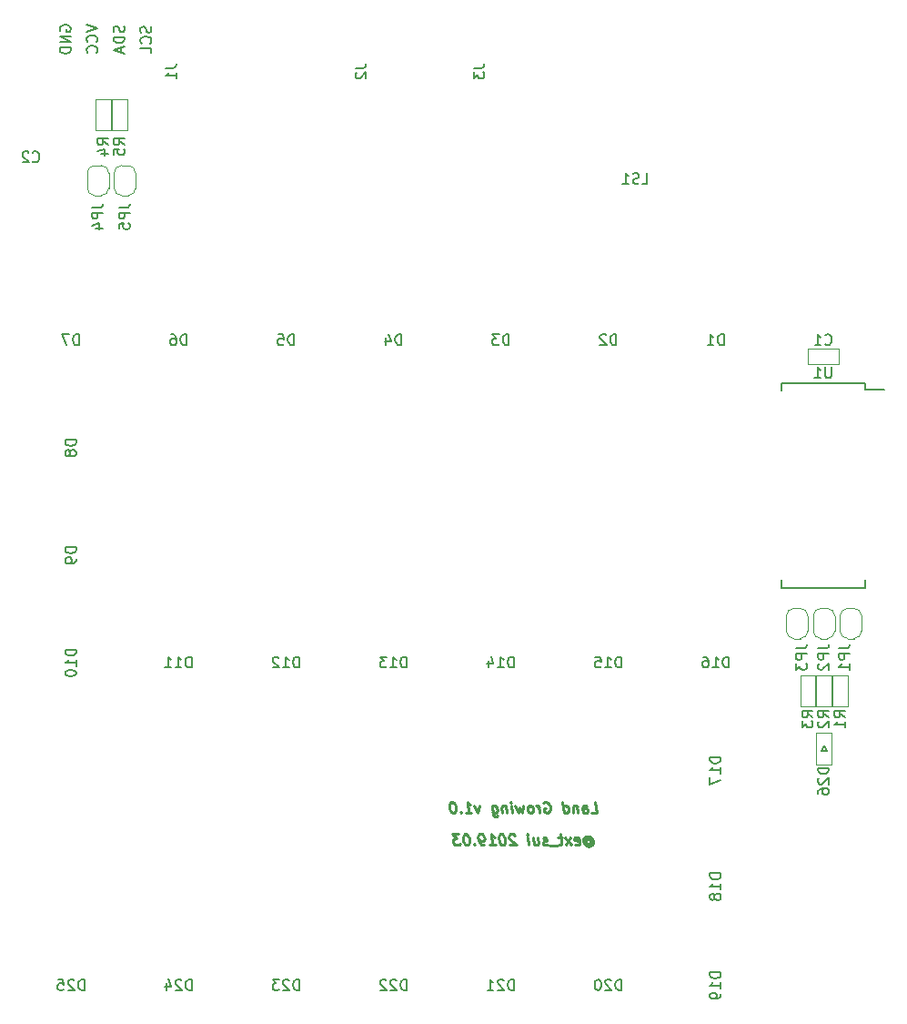
<source format=gbo>
G04 #@! TF.GenerationSoftware,KiCad,Pcbnew,(5.0.2)-1*
G04 #@! TF.CreationDate,2019-02-25T23:41:49+09:00*
G04 #@! TF.ProjectId,Land,4c616e64-2e6b-4696-9361-645f70636258,rev?*
G04 #@! TF.SameCoordinates,Original*
G04 #@! TF.FileFunction,Legend,Bot*
G04 #@! TF.FilePolarity,Positive*
%FSLAX46Y46*%
G04 Gerber Fmt 4.6, Leading zero omitted, Abs format (unit mm)*
G04 Created by KiCad (PCBNEW (5.0.2)-1) date 2019/02/25 23:41:49*
%MOMM*%
%LPD*%
G01*
G04 APERTURE LIST*
%ADD10C,0.150000*%
%ADD11C,0.250000*%
%ADD12C,0.120000*%
G04 APERTURE END LIST*
D10*
X107404761Y-55809523D02*
X107452380Y-55952380D01*
X107452380Y-56190476D01*
X107404761Y-56285714D01*
X107357142Y-56333333D01*
X107261904Y-56380952D01*
X107166666Y-56380952D01*
X107071428Y-56333333D01*
X107023809Y-56285714D01*
X106976190Y-56190476D01*
X106928571Y-56000000D01*
X106880952Y-55904761D01*
X106833333Y-55857142D01*
X106738095Y-55809523D01*
X106642857Y-55809523D01*
X106547619Y-55857142D01*
X106500000Y-55904761D01*
X106452380Y-56000000D01*
X106452380Y-56238095D01*
X106500000Y-56380952D01*
X107357142Y-57380952D02*
X107404761Y-57333333D01*
X107452380Y-57190476D01*
X107452380Y-57095238D01*
X107404761Y-56952380D01*
X107309523Y-56857142D01*
X107214285Y-56809523D01*
X107023809Y-56761904D01*
X106880952Y-56761904D01*
X106690476Y-56809523D01*
X106595238Y-56857142D01*
X106500000Y-56952380D01*
X106452380Y-57095238D01*
X106452380Y-57190476D01*
X106500000Y-57333333D01*
X106547619Y-57380952D01*
X107452380Y-58285714D02*
X107452380Y-57809523D01*
X106452380Y-57809523D01*
X104904761Y-55785714D02*
X104952380Y-55928571D01*
X104952380Y-56166666D01*
X104904761Y-56261904D01*
X104857142Y-56309523D01*
X104761904Y-56357142D01*
X104666666Y-56357142D01*
X104571428Y-56309523D01*
X104523809Y-56261904D01*
X104476190Y-56166666D01*
X104428571Y-55976190D01*
X104380952Y-55880952D01*
X104333333Y-55833333D01*
X104238095Y-55785714D01*
X104142857Y-55785714D01*
X104047619Y-55833333D01*
X104000000Y-55880952D01*
X103952380Y-55976190D01*
X103952380Y-56214285D01*
X104000000Y-56357142D01*
X104952380Y-56785714D02*
X103952380Y-56785714D01*
X103952380Y-57023809D01*
X104000000Y-57166666D01*
X104095238Y-57261904D01*
X104190476Y-57309523D01*
X104380952Y-57357142D01*
X104523809Y-57357142D01*
X104714285Y-57309523D01*
X104809523Y-57261904D01*
X104904761Y-57166666D01*
X104952380Y-57023809D01*
X104952380Y-56785714D01*
X104666666Y-57738095D02*
X104666666Y-58214285D01*
X104952380Y-57642857D02*
X103952380Y-57976190D01*
X104952380Y-58309523D01*
X99000000Y-56238095D02*
X98952380Y-56142857D01*
X98952380Y-56000000D01*
X99000000Y-55857142D01*
X99095238Y-55761904D01*
X99190476Y-55714285D01*
X99380952Y-55666666D01*
X99523809Y-55666666D01*
X99714285Y-55714285D01*
X99809523Y-55761904D01*
X99904761Y-55857142D01*
X99952380Y-56000000D01*
X99952380Y-56095238D01*
X99904761Y-56238095D01*
X99857142Y-56285714D01*
X99523809Y-56285714D01*
X99523809Y-56095238D01*
X99952380Y-56714285D02*
X98952380Y-56714285D01*
X99952380Y-57285714D01*
X98952380Y-57285714D01*
X99952380Y-57761904D02*
X98952380Y-57761904D01*
X98952380Y-58000000D01*
X99000000Y-58142857D01*
X99095238Y-58238095D01*
X99190476Y-58285714D01*
X99380952Y-58333333D01*
X99523809Y-58333333D01*
X99714285Y-58285714D01*
X99809523Y-58238095D01*
X99904761Y-58142857D01*
X99952380Y-58000000D01*
X99952380Y-57761904D01*
X101452380Y-55666666D02*
X102452380Y-56000000D01*
X101452380Y-56333333D01*
X102357142Y-57238095D02*
X102404761Y-57190476D01*
X102452380Y-57047619D01*
X102452380Y-56952380D01*
X102404761Y-56809523D01*
X102309523Y-56714285D01*
X102214285Y-56666666D01*
X102023809Y-56619047D01*
X101880952Y-56619047D01*
X101690476Y-56666666D01*
X101595238Y-56714285D01*
X101500000Y-56809523D01*
X101452380Y-56952380D01*
X101452380Y-57047619D01*
X101500000Y-57190476D01*
X101547619Y-57238095D01*
X102357142Y-58238095D02*
X102404761Y-58190476D01*
X102452380Y-58047619D01*
X102452380Y-57952380D01*
X102404761Y-57809523D01*
X102309523Y-57714285D01*
X102214285Y-57666666D01*
X102023809Y-57619047D01*
X101880952Y-57619047D01*
X101690476Y-57666666D01*
X101595238Y-57714285D01*
X101500000Y-57809523D01*
X101452380Y-57952380D01*
X101452380Y-58047619D01*
X101500000Y-58190476D01*
X101547619Y-58238095D01*
D11*
X147905729Y-131476190D02*
X147947395Y-131428571D01*
X148036681Y-131380952D01*
X148131919Y-131380952D01*
X148233110Y-131428571D01*
X148286681Y-131476190D01*
X148346205Y-131571428D01*
X148358110Y-131666666D01*
X148322395Y-131761904D01*
X148280729Y-131809523D01*
X148191443Y-131857142D01*
X148096205Y-131857142D01*
X147995014Y-131809523D01*
X147941443Y-131761904D01*
X147893824Y-131380952D02*
X147941443Y-131761904D01*
X147899776Y-131809523D01*
X147852157Y-131809523D01*
X147750967Y-131761904D01*
X147691443Y-131666666D01*
X147661681Y-131428571D01*
X147739062Y-131285714D01*
X147870014Y-131190476D01*
X148054538Y-131142857D01*
X148250967Y-131190476D01*
X148405729Y-131285714D01*
X148518824Y-131428571D01*
X148590252Y-131619047D01*
X148566443Y-131809523D01*
X148489062Y-131952380D01*
X148358110Y-132047619D01*
X148173586Y-132095238D01*
X147977157Y-132047619D01*
X147822395Y-131952380D01*
X146911681Y-131904761D02*
X147012872Y-131952380D01*
X147203348Y-131952380D01*
X147292633Y-131904761D01*
X147328348Y-131809523D01*
X147280729Y-131428571D01*
X147221205Y-131333333D01*
X147120014Y-131285714D01*
X146929538Y-131285714D01*
X146840252Y-131333333D01*
X146804538Y-131428571D01*
X146816443Y-131523809D01*
X147304538Y-131619047D01*
X146536681Y-131952380D02*
X145929538Y-131285714D01*
X146453348Y-131285714D02*
X146012872Y-131952380D01*
X145691443Y-131285714D02*
X145310491Y-131285714D01*
X145506919Y-130952380D02*
X145614062Y-131809523D01*
X145578348Y-131904761D01*
X145489062Y-131952380D01*
X145393824Y-131952380D01*
X145310491Y-132047619D02*
X144548586Y-132047619D01*
X144340252Y-131904761D02*
X144250967Y-131952380D01*
X144060491Y-131952380D01*
X143959300Y-131904761D01*
X143899776Y-131809523D01*
X143893824Y-131761904D01*
X143929538Y-131666666D01*
X144018824Y-131619047D01*
X144161681Y-131619047D01*
X144250967Y-131571428D01*
X144286681Y-131476190D01*
X144280729Y-131428571D01*
X144221205Y-131333333D01*
X144120014Y-131285714D01*
X143977157Y-131285714D01*
X143887872Y-131333333D01*
X142977157Y-131285714D02*
X143060491Y-131952380D01*
X143405729Y-131285714D02*
X143471205Y-131809523D01*
X143435491Y-131904761D01*
X143346205Y-131952380D01*
X143203348Y-131952380D01*
X143102157Y-131904761D01*
X143048586Y-131857142D01*
X142584300Y-131952380D02*
X142500967Y-131285714D01*
X142459300Y-130952380D02*
X142512872Y-131000000D01*
X142471205Y-131047619D01*
X142417633Y-131000000D01*
X142459300Y-130952380D01*
X142471205Y-131047619D01*
X141280729Y-131047619D02*
X141227157Y-131000000D01*
X141125967Y-130952380D01*
X140887872Y-130952380D01*
X140798586Y-131000000D01*
X140756919Y-131047619D01*
X140721205Y-131142857D01*
X140733110Y-131238095D01*
X140798586Y-131380952D01*
X141441443Y-131952380D01*
X140822395Y-131952380D01*
X140078348Y-130952380D02*
X139983110Y-130952380D01*
X139893824Y-131000000D01*
X139852157Y-131047619D01*
X139816443Y-131142857D01*
X139792633Y-131333333D01*
X139822395Y-131571428D01*
X139893824Y-131761904D01*
X139953348Y-131857142D01*
X140006919Y-131904761D01*
X140108110Y-131952380D01*
X140203348Y-131952380D01*
X140292633Y-131904761D01*
X140334300Y-131857142D01*
X140370014Y-131761904D01*
X140393824Y-131571428D01*
X140364062Y-131333333D01*
X140292633Y-131142857D01*
X140233110Y-131047619D01*
X140179538Y-131000000D01*
X140078348Y-130952380D01*
X138917633Y-131952380D02*
X139489062Y-131952380D01*
X139203348Y-131952380D02*
X139078348Y-130952380D01*
X139191443Y-131095238D01*
X139298586Y-131190476D01*
X139399776Y-131238095D01*
X138441443Y-131952380D02*
X138250967Y-131952380D01*
X138149776Y-131904761D01*
X138096205Y-131857142D01*
X137983110Y-131714285D01*
X137911681Y-131523809D01*
X137864062Y-131142857D01*
X137899776Y-131047619D01*
X137941443Y-131000000D01*
X138030729Y-130952380D01*
X138221205Y-130952380D01*
X138322395Y-131000000D01*
X138375967Y-131047619D01*
X138435491Y-131142857D01*
X138465252Y-131380952D01*
X138429538Y-131476190D01*
X138387872Y-131523809D01*
X138298586Y-131571428D01*
X138108110Y-131571428D01*
X138006919Y-131523809D01*
X137953348Y-131476190D01*
X137893824Y-131380952D01*
X137524776Y-131857142D02*
X137483110Y-131904761D01*
X137536681Y-131952380D01*
X137578348Y-131904761D01*
X137524776Y-131857142D01*
X137536681Y-131952380D01*
X136745014Y-130952380D02*
X136649776Y-130952380D01*
X136560491Y-131000000D01*
X136518824Y-131047619D01*
X136483110Y-131142857D01*
X136459300Y-131333333D01*
X136489062Y-131571428D01*
X136560491Y-131761904D01*
X136620014Y-131857142D01*
X136673586Y-131904761D01*
X136774776Y-131952380D01*
X136870014Y-131952380D01*
X136959300Y-131904761D01*
X137000967Y-131857142D01*
X137036681Y-131761904D01*
X137060491Y-131571428D01*
X137030729Y-131333333D01*
X136959300Y-131142857D01*
X136899776Y-131047619D01*
X136846205Y-131000000D01*
X136745014Y-130952380D01*
X136078348Y-130952380D02*
X135459300Y-130952380D01*
X135840252Y-131333333D01*
X135697395Y-131333333D01*
X135608110Y-131380952D01*
X135566443Y-131428571D01*
X135530729Y-131523809D01*
X135560491Y-131761904D01*
X135620014Y-131857142D01*
X135673586Y-131904761D01*
X135774776Y-131952380D01*
X136060491Y-131952380D01*
X136149776Y-131904761D01*
X136191443Y-131857142D01*
X148417633Y-128952380D02*
X148893824Y-128952380D01*
X148768824Y-127952380D01*
X147655729Y-128952380D02*
X147590252Y-128428571D01*
X147625967Y-128333333D01*
X147715252Y-128285714D01*
X147905729Y-128285714D01*
X148006919Y-128333333D01*
X147649776Y-128904761D02*
X147750967Y-128952380D01*
X147989062Y-128952380D01*
X148078348Y-128904761D01*
X148114062Y-128809523D01*
X148102157Y-128714285D01*
X148042633Y-128619047D01*
X147941443Y-128571428D01*
X147703348Y-128571428D01*
X147602157Y-128523809D01*
X147096205Y-128285714D02*
X147179538Y-128952380D01*
X147108110Y-128380952D02*
X147054538Y-128333333D01*
X146953348Y-128285714D01*
X146810491Y-128285714D01*
X146721205Y-128333333D01*
X146685491Y-128428571D01*
X146750967Y-128952380D01*
X145846205Y-128952380D02*
X145721205Y-127952380D01*
X145840252Y-128904761D02*
X145941443Y-128952380D01*
X146131919Y-128952380D01*
X146221205Y-128904761D01*
X146262872Y-128857142D01*
X146298586Y-128761904D01*
X146262872Y-128476190D01*
X146203348Y-128380952D01*
X146149776Y-128333333D01*
X146048586Y-128285714D01*
X145858110Y-128285714D01*
X145768824Y-128333333D01*
X143965252Y-128000000D02*
X144054538Y-127952380D01*
X144197395Y-127952380D01*
X144346205Y-128000000D01*
X144453348Y-128095238D01*
X144512872Y-128190476D01*
X144584300Y-128380952D01*
X144602157Y-128523809D01*
X144578348Y-128714285D01*
X144542633Y-128809523D01*
X144459300Y-128904761D01*
X144322395Y-128952380D01*
X144227157Y-128952380D01*
X144078348Y-128904761D01*
X144024776Y-128857142D01*
X143983110Y-128523809D01*
X144173586Y-128523809D01*
X143608110Y-128952380D02*
X143524776Y-128285714D01*
X143548586Y-128476190D02*
X143489062Y-128380952D01*
X143435491Y-128333333D01*
X143334300Y-128285714D01*
X143239062Y-128285714D01*
X142846205Y-128952380D02*
X142935491Y-128904761D01*
X142977157Y-128857142D01*
X143012872Y-128761904D01*
X142977157Y-128476190D01*
X142917633Y-128380952D01*
X142864062Y-128333333D01*
X142762872Y-128285714D01*
X142620014Y-128285714D01*
X142530729Y-128333333D01*
X142489062Y-128380952D01*
X142453348Y-128476190D01*
X142489062Y-128761904D01*
X142548586Y-128857142D01*
X142602157Y-128904761D01*
X142703348Y-128952380D01*
X142846205Y-128952380D01*
X142096205Y-128285714D02*
X141989062Y-128952380D01*
X141739062Y-128476190D01*
X141608110Y-128952380D01*
X141334300Y-128285714D01*
X141036681Y-128952380D02*
X140953348Y-128285714D01*
X140911681Y-127952380D02*
X140965252Y-128000000D01*
X140923586Y-128047619D01*
X140870014Y-128000000D01*
X140911681Y-127952380D01*
X140923586Y-128047619D01*
X140477157Y-128285714D02*
X140560491Y-128952380D01*
X140489062Y-128380952D02*
X140435491Y-128333333D01*
X140334300Y-128285714D01*
X140191443Y-128285714D01*
X140102157Y-128333333D01*
X140066443Y-128428571D01*
X140131919Y-128952380D01*
X139143824Y-128285714D02*
X139245014Y-129095238D01*
X139304538Y-129190476D01*
X139358110Y-129238095D01*
X139459300Y-129285714D01*
X139602157Y-129285714D01*
X139691443Y-129238095D01*
X139221205Y-128904761D02*
X139322395Y-128952380D01*
X139512872Y-128952380D01*
X139602157Y-128904761D01*
X139643824Y-128857142D01*
X139679538Y-128761904D01*
X139643824Y-128476190D01*
X139584300Y-128380952D01*
X139530729Y-128333333D01*
X139429538Y-128285714D01*
X139239062Y-128285714D01*
X139149776Y-128333333D01*
X138000967Y-128285714D02*
X137846205Y-128952380D01*
X137524776Y-128285714D01*
X136703348Y-128952380D02*
X137274776Y-128952380D01*
X136989062Y-128952380D02*
X136864062Y-127952380D01*
X136977157Y-128095238D01*
X137084300Y-128190476D01*
X137185491Y-128238095D01*
X136262872Y-128857142D02*
X136221205Y-128904761D01*
X136274776Y-128952380D01*
X136316443Y-128904761D01*
X136262872Y-128857142D01*
X136274776Y-128952380D01*
X135483110Y-127952380D02*
X135387872Y-127952380D01*
X135298586Y-128000000D01*
X135256919Y-128047619D01*
X135221205Y-128142857D01*
X135197395Y-128333333D01*
X135227157Y-128571428D01*
X135298586Y-128761904D01*
X135358110Y-128857142D01*
X135411681Y-128904761D01*
X135512872Y-128952380D01*
X135608110Y-128952380D01*
X135697395Y-128904761D01*
X135739062Y-128857142D01*
X135774776Y-128761904D01*
X135798586Y-128571428D01*
X135768824Y-128333333D01*
X135697395Y-128142857D01*
X135637872Y-128047619D01*
X135584300Y-128000000D01*
X135483110Y-127952380D01*
D10*
G04 #@! TO.C,U1*
X173875000Y-88975000D02*
X173875000Y-89625000D01*
X166125000Y-88975000D02*
X166125000Y-89720000D01*
X166125000Y-108025000D02*
X166125000Y-107280000D01*
X173875000Y-108025000D02*
X173875000Y-107280000D01*
X173875000Y-88975000D02*
X166125000Y-88975000D01*
X173875000Y-108025000D02*
X166125000Y-108025000D01*
X173875000Y-89625000D02*
X175700000Y-89625000D01*
D12*
G04 #@! TO.C,C1*
X168550000Y-87200000D02*
X168550000Y-85800000D01*
X171450000Y-87200000D02*
X171450000Y-85800000D01*
X171450000Y-85800000D02*
X168550000Y-85800000D01*
X168550000Y-87200000D02*
X171450000Y-87200000D01*
D10*
G04 #@! TO.C,D26*
X170060000Y-122740000D02*
X170310000Y-123240000D01*
X170060000Y-122740000D02*
X169810000Y-123240000D01*
X169810000Y-123240000D02*
X170310000Y-123240000D01*
D12*
X169360000Y-121540000D02*
X169360000Y-124440000D01*
X170760000Y-124440000D02*
X170760000Y-121540000D01*
X169360000Y-124440000D02*
X170760000Y-124440000D01*
X169360000Y-121540000D02*
X170760000Y-121540000D01*
G04 #@! TO.C,JP1*
X173567000Y-110650000D02*
G75*
G03X172867000Y-109950000I-700000J0D01*
G01*
X172267000Y-109950000D02*
G75*
G03X171567000Y-110650000I0J-700000D01*
G01*
X171567000Y-112050000D02*
G75*
G03X172267000Y-112750000I700000J0D01*
G01*
X172867000Y-112750000D02*
G75*
G03X173567000Y-112050000I0J700000D01*
G01*
X172267000Y-112750000D02*
X172867000Y-112750000D01*
X171567000Y-110650000D02*
X171567000Y-112050000D01*
X172867000Y-109950000D02*
X172267000Y-109950000D01*
X173567000Y-112050000D02*
X173567000Y-110650000D01*
G04 #@! TO.C,JP2*
X171067000Y-112050000D02*
X171067000Y-110650000D01*
X170367000Y-109950000D02*
X169767000Y-109950000D01*
X169067000Y-110650000D02*
X169067000Y-112050000D01*
X169767000Y-112750000D02*
X170367000Y-112750000D01*
X170367000Y-112750000D02*
G75*
G03X171067000Y-112050000I0J700000D01*
G01*
X169067000Y-112050000D02*
G75*
G03X169767000Y-112750000I700000J0D01*
G01*
X169767000Y-109950000D02*
G75*
G03X169067000Y-110650000I0J-700000D01*
G01*
X171067000Y-110650000D02*
G75*
G03X170367000Y-109950000I-700000J0D01*
G01*
G04 #@! TO.C,JP3*
X168567000Y-110650000D02*
G75*
G03X167867000Y-109950000I-700000J0D01*
G01*
X167267000Y-109950000D02*
G75*
G03X166567000Y-110650000I0J-700000D01*
G01*
X166567000Y-112050000D02*
G75*
G03X167267000Y-112750000I700000J0D01*
G01*
X167867000Y-112750000D02*
G75*
G03X168567000Y-112050000I0J700000D01*
G01*
X167267000Y-112750000D02*
X167867000Y-112750000D01*
X166567000Y-110650000D02*
X166567000Y-112050000D01*
X167867000Y-109950000D02*
X167267000Y-109950000D01*
X168567000Y-112050000D02*
X168567000Y-110650000D01*
G04 #@! TO.C,JP4*
X101500000Y-69450000D02*
X101500000Y-70850000D01*
X102200000Y-71550000D02*
X102800000Y-71550000D01*
X103500000Y-70850000D02*
X103500000Y-69450000D01*
X102800000Y-68750000D02*
X102200000Y-68750000D01*
X102200000Y-68750000D02*
G75*
G03X101500000Y-69450000I0J-700000D01*
G01*
X103500000Y-69450000D02*
G75*
G03X102800000Y-68750000I-700000J0D01*
G01*
X102800000Y-71550000D02*
G75*
G03X103500000Y-70850000I0J700000D01*
G01*
X101500000Y-70850000D02*
G75*
G03X102200000Y-71550000I700000J0D01*
G01*
G04 #@! TO.C,JP5*
X104000000Y-70850000D02*
G75*
G03X104700000Y-71550000I700000J0D01*
G01*
X105300000Y-71550000D02*
G75*
G03X106000000Y-70850000I0J700000D01*
G01*
X106000000Y-69450000D02*
G75*
G03X105300000Y-68750000I-700000J0D01*
G01*
X104700000Y-68750000D02*
G75*
G03X104000000Y-69450000I0J-700000D01*
G01*
X105300000Y-68750000D02*
X104700000Y-68750000D01*
X106000000Y-70850000D02*
X106000000Y-69450000D01*
X104700000Y-71550000D02*
X105300000Y-71550000D01*
X104000000Y-69450000D02*
X104000000Y-70850000D01*
G04 #@! TO.C,R1*
X170867000Y-116150000D02*
X172267000Y-116150000D01*
X170867000Y-119050000D02*
X172267000Y-119050000D01*
X172267000Y-119050000D02*
X172267000Y-116150000D01*
X170867000Y-116150000D02*
X170867000Y-119050000D01*
G04 #@! TO.C,R2*
X169367000Y-116150000D02*
X170767000Y-116150000D01*
X169367000Y-119050000D02*
X170767000Y-119050000D01*
X170767000Y-119050000D02*
X170767000Y-116150000D01*
X169367000Y-116150000D02*
X169367000Y-119050000D01*
G04 #@! TO.C,R3*
X167867000Y-116150000D02*
X167867000Y-119050000D01*
X169267000Y-119050000D02*
X169267000Y-116150000D01*
X167867000Y-119050000D02*
X169267000Y-119050000D01*
X167867000Y-116150000D02*
X169267000Y-116150000D01*
G04 #@! TO.C,R4*
X102300000Y-62550000D02*
X103700000Y-62550000D01*
X102300000Y-65450000D02*
X103700000Y-65450000D01*
X103700000Y-65450000D02*
X103700000Y-62550000D01*
X102300000Y-62550000D02*
X102300000Y-65450000D01*
G04 #@! TO.C,R5*
X103800000Y-62550000D02*
X103800000Y-65450000D01*
X105200000Y-65450000D02*
X105200000Y-62550000D01*
X103800000Y-65450000D02*
X105200000Y-65450000D01*
X103800000Y-62550000D02*
X105200000Y-62550000D01*
G04 #@! TO.C,U1*
D10*
X170761904Y-87502380D02*
X170761904Y-88311904D01*
X170714285Y-88407142D01*
X170666666Y-88454761D01*
X170571428Y-88502380D01*
X170380952Y-88502380D01*
X170285714Y-88454761D01*
X170238095Y-88407142D01*
X170190476Y-88311904D01*
X170190476Y-87502380D01*
X169190476Y-88502380D02*
X169761904Y-88502380D01*
X169476190Y-88502380D02*
X169476190Y-87502380D01*
X169571428Y-87645238D01*
X169666666Y-87740476D01*
X169761904Y-87788095D01*
G04 #@! TO.C,C1*
X170166666Y-85357142D02*
X170214285Y-85404761D01*
X170357142Y-85452380D01*
X170452380Y-85452380D01*
X170595238Y-85404761D01*
X170690476Y-85309523D01*
X170738095Y-85214285D01*
X170785714Y-85023809D01*
X170785714Y-84880952D01*
X170738095Y-84690476D01*
X170690476Y-84595238D01*
X170595238Y-84500000D01*
X170452380Y-84452380D01*
X170357142Y-84452380D01*
X170214285Y-84500000D01*
X170166666Y-84547619D01*
X169214285Y-85452380D02*
X169785714Y-85452380D01*
X169500000Y-85452380D02*
X169500000Y-84452380D01*
X169595238Y-84595238D01*
X169690476Y-84690476D01*
X169785714Y-84738095D01*
G04 #@! TO.C,D1*
X160738095Y-85452380D02*
X160738095Y-84452380D01*
X160500000Y-84452380D01*
X160357142Y-84500000D01*
X160261904Y-84595238D01*
X160214285Y-84690476D01*
X160166666Y-84880952D01*
X160166666Y-85023809D01*
X160214285Y-85214285D01*
X160261904Y-85309523D01*
X160357142Y-85404761D01*
X160500000Y-85452380D01*
X160738095Y-85452380D01*
X159214285Y-85452380D02*
X159785714Y-85452380D01*
X159500000Y-85452380D02*
X159500000Y-84452380D01*
X159595238Y-84595238D01*
X159690476Y-84690476D01*
X159785714Y-84738095D01*
G04 #@! TO.C,D2*
X150738095Y-85452380D02*
X150738095Y-84452380D01*
X150500000Y-84452380D01*
X150357142Y-84500000D01*
X150261904Y-84595238D01*
X150214285Y-84690476D01*
X150166666Y-84880952D01*
X150166666Y-85023809D01*
X150214285Y-85214285D01*
X150261904Y-85309523D01*
X150357142Y-85404761D01*
X150500000Y-85452380D01*
X150738095Y-85452380D01*
X149785714Y-84547619D02*
X149738095Y-84500000D01*
X149642857Y-84452380D01*
X149404761Y-84452380D01*
X149309523Y-84500000D01*
X149261904Y-84547619D01*
X149214285Y-84642857D01*
X149214285Y-84738095D01*
X149261904Y-84880952D01*
X149833333Y-85452380D01*
X149214285Y-85452380D01*
G04 #@! TO.C,D3*
X140738095Y-85452380D02*
X140738095Y-84452380D01*
X140500000Y-84452380D01*
X140357142Y-84500000D01*
X140261904Y-84595238D01*
X140214285Y-84690476D01*
X140166666Y-84880952D01*
X140166666Y-85023809D01*
X140214285Y-85214285D01*
X140261904Y-85309523D01*
X140357142Y-85404761D01*
X140500000Y-85452380D01*
X140738095Y-85452380D01*
X139833333Y-84452380D02*
X139214285Y-84452380D01*
X139547619Y-84833333D01*
X139404761Y-84833333D01*
X139309523Y-84880952D01*
X139261904Y-84928571D01*
X139214285Y-85023809D01*
X139214285Y-85261904D01*
X139261904Y-85357142D01*
X139309523Y-85404761D01*
X139404761Y-85452380D01*
X139690476Y-85452380D01*
X139785714Y-85404761D01*
X139833333Y-85357142D01*
G04 #@! TO.C,D4*
X130738095Y-85452380D02*
X130738095Y-84452380D01*
X130500000Y-84452380D01*
X130357142Y-84500000D01*
X130261904Y-84595238D01*
X130214285Y-84690476D01*
X130166666Y-84880952D01*
X130166666Y-85023809D01*
X130214285Y-85214285D01*
X130261904Y-85309523D01*
X130357142Y-85404761D01*
X130500000Y-85452380D01*
X130738095Y-85452380D01*
X129309523Y-84785714D02*
X129309523Y-85452380D01*
X129547619Y-84404761D02*
X129785714Y-85119047D01*
X129166666Y-85119047D01*
G04 #@! TO.C,D5*
X120738095Y-85452380D02*
X120738095Y-84452380D01*
X120500000Y-84452380D01*
X120357142Y-84500000D01*
X120261904Y-84595238D01*
X120214285Y-84690476D01*
X120166666Y-84880952D01*
X120166666Y-85023809D01*
X120214285Y-85214285D01*
X120261904Y-85309523D01*
X120357142Y-85404761D01*
X120500000Y-85452380D01*
X120738095Y-85452380D01*
X119261904Y-84452380D02*
X119738095Y-84452380D01*
X119785714Y-84928571D01*
X119738095Y-84880952D01*
X119642857Y-84833333D01*
X119404761Y-84833333D01*
X119309523Y-84880952D01*
X119261904Y-84928571D01*
X119214285Y-85023809D01*
X119214285Y-85261904D01*
X119261904Y-85357142D01*
X119309523Y-85404761D01*
X119404761Y-85452380D01*
X119642857Y-85452380D01*
X119738095Y-85404761D01*
X119785714Y-85357142D01*
G04 #@! TO.C,D6*
X110738095Y-85452380D02*
X110738095Y-84452380D01*
X110500000Y-84452380D01*
X110357142Y-84500000D01*
X110261904Y-84595238D01*
X110214285Y-84690476D01*
X110166666Y-84880952D01*
X110166666Y-85023809D01*
X110214285Y-85214285D01*
X110261904Y-85309523D01*
X110357142Y-85404761D01*
X110500000Y-85452380D01*
X110738095Y-85452380D01*
X109309523Y-84452380D02*
X109500000Y-84452380D01*
X109595238Y-84500000D01*
X109642857Y-84547619D01*
X109738095Y-84690476D01*
X109785714Y-84880952D01*
X109785714Y-85261904D01*
X109738095Y-85357142D01*
X109690476Y-85404761D01*
X109595238Y-85452380D01*
X109404761Y-85452380D01*
X109309523Y-85404761D01*
X109261904Y-85357142D01*
X109214285Y-85261904D01*
X109214285Y-85023809D01*
X109261904Y-84928571D01*
X109309523Y-84880952D01*
X109404761Y-84833333D01*
X109595238Y-84833333D01*
X109690476Y-84880952D01*
X109738095Y-84928571D01*
X109785714Y-85023809D01*
G04 #@! TO.C,D7*
X100738095Y-85452380D02*
X100738095Y-84452380D01*
X100500000Y-84452380D01*
X100357142Y-84500000D01*
X100261904Y-84595238D01*
X100214285Y-84690476D01*
X100166666Y-84880952D01*
X100166666Y-85023809D01*
X100214285Y-85214285D01*
X100261904Y-85309523D01*
X100357142Y-85404761D01*
X100500000Y-85452380D01*
X100738095Y-85452380D01*
X99833333Y-84452380D02*
X99166666Y-84452380D01*
X99595238Y-85452380D01*
G04 #@! TO.C,D8*
X100452380Y-94261904D02*
X99452380Y-94261904D01*
X99452380Y-94500000D01*
X99500000Y-94642857D01*
X99595238Y-94738095D01*
X99690476Y-94785714D01*
X99880952Y-94833333D01*
X100023809Y-94833333D01*
X100214285Y-94785714D01*
X100309523Y-94738095D01*
X100404761Y-94642857D01*
X100452380Y-94500000D01*
X100452380Y-94261904D01*
X99880952Y-95404761D02*
X99833333Y-95309523D01*
X99785714Y-95261904D01*
X99690476Y-95214285D01*
X99642857Y-95214285D01*
X99547619Y-95261904D01*
X99500000Y-95309523D01*
X99452380Y-95404761D01*
X99452380Y-95595238D01*
X99500000Y-95690476D01*
X99547619Y-95738095D01*
X99642857Y-95785714D01*
X99690476Y-95785714D01*
X99785714Y-95738095D01*
X99833333Y-95690476D01*
X99880952Y-95595238D01*
X99880952Y-95404761D01*
X99928571Y-95309523D01*
X99976190Y-95261904D01*
X100071428Y-95214285D01*
X100261904Y-95214285D01*
X100357142Y-95261904D01*
X100404761Y-95309523D01*
X100452380Y-95404761D01*
X100452380Y-95595238D01*
X100404761Y-95690476D01*
X100357142Y-95738095D01*
X100261904Y-95785714D01*
X100071428Y-95785714D01*
X99976190Y-95738095D01*
X99928571Y-95690476D01*
X99880952Y-95595238D01*
G04 #@! TO.C,D9*
X100452380Y-104261904D02*
X99452380Y-104261904D01*
X99452380Y-104500000D01*
X99500000Y-104642857D01*
X99595238Y-104738095D01*
X99690476Y-104785714D01*
X99880952Y-104833333D01*
X100023809Y-104833333D01*
X100214285Y-104785714D01*
X100309523Y-104738095D01*
X100404761Y-104642857D01*
X100452380Y-104500000D01*
X100452380Y-104261904D01*
X100452380Y-105309523D02*
X100452380Y-105500000D01*
X100404761Y-105595238D01*
X100357142Y-105642857D01*
X100214285Y-105738095D01*
X100023809Y-105785714D01*
X99642857Y-105785714D01*
X99547619Y-105738095D01*
X99500000Y-105690476D01*
X99452380Y-105595238D01*
X99452380Y-105404761D01*
X99500000Y-105309523D01*
X99547619Y-105261904D01*
X99642857Y-105214285D01*
X99880952Y-105214285D01*
X99976190Y-105261904D01*
X100023809Y-105309523D01*
X100071428Y-105404761D01*
X100071428Y-105595238D01*
X100023809Y-105690476D01*
X99976190Y-105738095D01*
X99880952Y-105785714D01*
G04 #@! TO.C,D10*
X100452380Y-113785714D02*
X99452380Y-113785714D01*
X99452380Y-114023809D01*
X99500000Y-114166666D01*
X99595238Y-114261904D01*
X99690476Y-114309523D01*
X99880952Y-114357142D01*
X100023809Y-114357142D01*
X100214285Y-114309523D01*
X100309523Y-114261904D01*
X100404761Y-114166666D01*
X100452380Y-114023809D01*
X100452380Y-113785714D01*
X100452380Y-115309523D02*
X100452380Y-114738095D01*
X100452380Y-115023809D02*
X99452380Y-115023809D01*
X99595238Y-114928571D01*
X99690476Y-114833333D01*
X99738095Y-114738095D01*
X99452380Y-115928571D02*
X99452380Y-116023809D01*
X99500000Y-116119047D01*
X99547619Y-116166666D01*
X99642857Y-116214285D01*
X99833333Y-116261904D01*
X100071428Y-116261904D01*
X100261904Y-116214285D01*
X100357142Y-116166666D01*
X100404761Y-116119047D01*
X100452380Y-116023809D01*
X100452380Y-115928571D01*
X100404761Y-115833333D01*
X100357142Y-115785714D01*
X100261904Y-115738095D01*
X100071428Y-115690476D01*
X99833333Y-115690476D01*
X99642857Y-115738095D01*
X99547619Y-115785714D01*
X99500000Y-115833333D01*
X99452380Y-115928571D01*
G04 #@! TO.C,D11*
X111214285Y-115452380D02*
X111214285Y-114452380D01*
X110976190Y-114452380D01*
X110833333Y-114500000D01*
X110738095Y-114595238D01*
X110690476Y-114690476D01*
X110642857Y-114880952D01*
X110642857Y-115023809D01*
X110690476Y-115214285D01*
X110738095Y-115309523D01*
X110833333Y-115404761D01*
X110976190Y-115452380D01*
X111214285Y-115452380D01*
X109690476Y-115452380D02*
X110261904Y-115452380D01*
X109976190Y-115452380D02*
X109976190Y-114452380D01*
X110071428Y-114595238D01*
X110166666Y-114690476D01*
X110261904Y-114738095D01*
X108738095Y-115452380D02*
X109309523Y-115452380D01*
X109023809Y-115452380D02*
X109023809Y-114452380D01*
X109119047Y-114595238D01*
X109214285Y-114690476D01*
X109309523Y-114738095D01*
G04 #@! TO.C,D12*
X121214285Y-115452380D02*
X121214285Y-114452380D01*
X120976190Y-114452380D01*
X120833333Y-114500000D01*
X120738095Y-114595238D01*
X120690476Y-114690476D01*
X120642857Y-114880952D01*
X120642857Y-115023809D01*
X120690476Y-115214285D01*
X120738095Y-115309523D01*
X120833333Y-115404761D01*
X120976190Y-115452380D01*
X121214285Y-115452380D01*
X119690476Y-115452380D02*
X120261904Y-115452380D01*
X119976190Y-115452380D02*
X119976190Y-114452380D01*
X120071428Y-114595238D01*
X120166666Y-114690476D01*
X120261904Y-114738095D01*
X119309523Y-114547619D02*
X119261904Y-114500000D01*
X119166666Y-114452380D01*
X118928571Y-114452380D01*
X118833333Y-114500000D01*
X118785714Y-114547619D01*
X118738095Y-114642857D01*
X118738095Y-114738095D01*
X118785714Y-114880952D01*
X119357142Y-115452380D01*
X118738095Y-115452380D01*
G04 #@! TO.C,D13*
X131214285Y-115452380D02*
X131214285Y-114452380D01*
X130976190Y-114452380D01*
X130833333Y-114500000D01*
X130738095Y-114595238D01*
X130690476Y-114690476D01*
X130642857Y-114880952D01*
X130642857Y-115023809D01*
X130690476Y-115214285D01*
X130738095Y-115309523D01*
X130833333Y-115404761D01*
X130976190Y-115452380D01*
X131214285Y-115452380D01*
X129690476Y-115452380D02*
X130261904Y-115452380D01*
X129976190Y-115452380D02*
X129976190Y-114452380D01*
X130071428Y-114595238D01*
X130166666Y-114690476D01*
X130261904Y-114738095D01*
X129357142Y-114452380D02*
X128738095Y-114452380D01*
X129071428Y-114833333D01*
X128928571Y-114833333D01*
X128833333Y-114880952D01*
X128785714Y-114928571D01*
X128738095Y-115023809D01*
X128738095Y-115261904D01*
X128785714Y-115357142D01*
X128833333Y-115404761D01*
X128928571Y-115452380D01*
X129214285Y-115452380D01*
X129309523Y-115404761D01*
X129357142Y-115357142D01*
G04 #@! TO.C,D14*
X141214285Y-115452380D02*
X141214285Y-114452380D01*
X140976190Y-114452380D01*
X140833333Y-114500000D01*
X140738095Y-114595238D01*
X140690476Y-114690476D01*
X140642857Y-114880952D01*
X140642857Y-115023809D01*
X140690476Y-115214285D01*
X140738095Y-115309523D01*
X140833333Y-115404761D01*
X140976190Y-115452380D01*
X141214285Y-115452380D01*
X139690476Y-115452380D02*
X140261904Y-115452380D01*
X139976190Y-115452380D02*
X139976190Y-114452380D01*
X140071428Y-114595238D01*
X140166666Y-114690476D01*
X140261904Y-114738095D01*
X138833333Y-114785714D02*
X138833333Y-115452380D01*
X139071428Y-114404761D02*
X139309523Y-115119047D01*
X138690476Y-115119047D01*
G04 #@! TO.C,D15*
X151214285Y-115452380D02*
X151214285Y-114452380D01*
X150976190Y-114452380D01*
X150833333Y-114500000D01*
X150738095Y-114595238D01*
X150690476Y-114690476D01*
X150642857Y-114880952D01*
X150642857Y-115023809D01*
X150690476Y-115214285D01*
X150738095Y-115309523D01*
X150833333Y-115404761D01*
X150976190Y-115452380D01*
X151214285Y-115452380D01*
X149690476Y-115452380D02*
X150261904Y-115452380D01*
X149976190Y-115452380D02*
X149976190Y-114452380D01*
X150071428Y-114595238D01*
X150166666Y-114690476D01*
X150261904Y-114738095D01*
X148785714Y-114452380D02*
X149261904Y-114452380D01*
X149309523Y-114928571D01*
X149261904Y-114880952D01*
X149166666Y-114833333D01*
X148928571Y-114833333D01*
X148833333Y-114880952D01*
X148785714Y-114928571D01*
X148738095Y-115023809D01*
X148738095Y-115261904D01*
X148785714Y-115357142D01*
X148833333Y-115404761D01*
X148928571Y-115452380D01*
X149166666Y-115452380D01*
X149261904Y-115404761D01*
X149309523Y-115357142D01*
G04 #@! TO.C,D16*
X161214285Y-115452380D02*
X161214285Y-114452380D01*
X160976190Y-114452380D01*
X160833333Y-114500000D01*
X160738095Y-114595238D01*
X160690476Y-114690476D01*
X160642857Y-114880952D01*
X160642857Y-115023809D01*
X160690476Y-115214285D01*
X160738095Y-115309523D01*
X160833333Y-115404761D01*
X160976190Y-115452380D01*
X161214285Y-115452380D01*
X159690476Y-115452380D02*
X160261904Y-115452380D01*
X159976190Y-115452380D02*
X159976190Y-114452380D01*
X160071428Y-114595238D01*
X160166666Y-114690476D01*
X160261904Y-114738095D01*
X158833333Y-114452380D02*
X159023809Y-114452380D01*
X159119047Y-114500000D01*
X159166666Y-114547619D01*
X159261904Y-114690476D01*
X159309523Y-114880952D01*
X159309523Y-115261904D01*
X159261904Y-115357142D01*
X159214285Y-115404761D01*
X159119047Y-115452380D01*
X158928571Y-115452380D01*
X158833333Y-115404761D01*
X158785714Y-115357142D01*
X158738095Y-115261904D01*
X158738095Y-115023809D01*
X158785714Y-114928571D01*
X158833333Y-114880952D01*
X158928571Y-114833333D01*
X159119047Y-114833333D01*
X159214285Y-114880952D01*
X159261904Y-114928571D01*
X159309523Y-115023809D01*
G04 #@! TO.C,D17*
X160452380Y-123785714D02*
X159452380Y-123785714D01*
X159452380Y-124023809D01*
X159500000Y-124166666D01*
X159595238Y-124261904D01*
X159690476Y-124309523D01*
X159880952Y-124357142D01*
X160023809Y-124357142D01*
X160214285Y-124309523D01*
X160309523Y-124261904D01*
X160404761Y-124166666D01*
X160452380Y-124023809D01*
X160452380Y-123785714D01*
X160452380Y-125309523D02*
X160452380Y-124738095D01*
X160452380Y-125023809D02*
X159452380Y-125023809D01*
X159595238Y-124928571D01*
X159690476Y-124833333D01*
X159738095Y-124738095D01*
X159452380Y-125642857D02*
X159452380Y-126309523D01*
X160452380Y-125880952D01*
G04 #@! TO.C,D18*
X160452380Y-134585714D02*
X159452380Y-134585714D01*
X159452380Y-134823809D01*
X159500000Y-134966666D01*
X159595238Y-135061904D01*
X159690476Y-135109523D01*
X159880952Y-135157142D01*
X160023809Y-135157142D01*
X160214285Y-135109523D01*
X160309523Y-135061904D01*
X160404761Y-134966666D01*
X160452380Y-134823809D01*
X160452380Y-134585714D01*
X160452380Y-136109523D02*
X160452380Y-135538095D01*
X160452380Y-135823809D02*
X159452380Y-135823809D01*
X159595238Y-135728571D01*
X159690476Y-135633333D01*
X159738095Y-135538095D01*
X159880952Y-136680952D02*
X159833333Y-136585714D01*
X159785714Y-136538095D01*
X159690476Y-136490476D01*
X159642857Y-136490476D01*
X159547619Y-136538095D01*
X159500000Y-136585714D01*
X159452380Y-136680952D01*
X159452380Y-136871428D01*
X159500000Y-136966666D01*
X159547619Y-137014285D01*
X159642857Y-137061904D01*
X159690476Y-137061904D01*
X159785714Y-137014285D01*
X159833333Y-136966666D01*
X159880952Y-136871428D01*
X159880952Y-136680952D01*
X159928571Y-136585714D01*
X159976190Y-136538095D01*
X160071428Y-136490476D01*
X160261904Y-136490476D01*
X160357142Y-136538095D01*
X160404761Y-136585714D01*
X160452380Y-136680952D01*
X160452380Y-136871428D01*
X160404761Y-136966666D01*
X160357142Y-137014285D01*
X160261904Y-137061904D01*
X160071428Y-137061904D01*
X159976190Y-137014285D01*
X159928571Y-136966666D01*
X159880952Y-136871428D01*
G04 #@! TO.C,D19*
X160452380Y-143785714D02*
X159452380Y-143785714D01*
X159452380Y-144023809D01*
X159500000Y-144166666D01*
X159595238Y-144261904D01*
X159690476Y-144309523D01*
X159880952Y-144357142D01*
X160023809Y-144357142D01*
X160214285Y-144309523D01*
X160309523Y-144261904D01*
X160404761Y-144166666D01*
X160452380Y-144023809D01*
X160452380Y-143785714D01*
X160452380Y-145309523D02*
X160452380Y-144738095D01*
X160452380Y-145023809D02*
X159452380Y-145023809D01*
X159595238Y-144928571D01*
X159690476Y-144833333D01*
X159738095Y-144738095D01*
X160452380Y-145785714D02*
X160452380Y-145976190D01*
X160404761Y-146071428D01*
X160357142Y-146119047D01*
X160214285Y-146214285D01*
X160023809Y-146261904D01*
X159642857Y-146261904D01*
X159547619Y-146214285D01*
X159500000Y-146166666D01*
X159452380Y-146071428D01*
X159452380Y-145880952D01*
X159500000Y-145785714D01*
X159547619Y-145738095D01*
X159642857Y-145690476D01*
X159880952Y-145690476D01*
X159976190Y-145738095D01*
X160023809Y-145785714D01*
X160071428Y-145880952D01*
X160071428Y-146071428D01*
X160023809Y-146166666D01*
X159976190Y-146214285D01*
X159880952Y-146261904D01*
G04 #@! TO.C,D20*
X151214285Y-145452380D02*
X151214285Y-144452380D01*
X150976190Y-144452380D01*
X150833333Y-144500000D01*
X150738095Y-144595238D01*
X150690476Y-144690476D01*
X150642857Y-144880952D01*
X150642857Y-145023809D01*
X150690476Y-145214285D01*
X150738095Y-145309523D01*
X150833333Y-145404761D01*
X150976190Y-145452380D01*
X151214285Y-145452380D01*
X150261904Y-144547619D02*
X150214285Y-144500000D01*
X150119047Y-144452380D01*
X149880952Y-144452380D01*
X149785714Y-144500000D01*
X149738095Y-144547619D01*
X149690476Y-144642857D01*
X149690476Y-144738095D01*
X149738095Y-144880952D01*
X150309523Y-145452380D01*
X149690476Y-145452380D01*
X149071428Y-144452380D02*
X148976190Y-144452380D01*
X148880952Y-144500000D01*
X148833333Y-144547619D01*
X148785714Y-144642857D01*
X148738095Y-144833333D01*
X148738095Y-145071428D01*
X148785714Y-145261904D01*
X148833333Y-145357142D01*
X148880952Y-145404761D01*
X148976190Y-145452380D01*
X149071428Y-145452380D01*
X149166666Y-145404761D01*
X149214285Y-145357142D01*
X149261904Y-145261904D01*
X149309523Y-145071428D01*
X149309523Y-144833333D01*
X149261904Y-144642857D01*
X149214285Y-144547619D01*
X149166666Y-144500000D01*
X149071428Y-144452380D01*
G04 #@! TO.C,D21*
X141214285Y-145452380D02*
X141214285Y-144452380D01*
X140976190Y-144452380D01*
X140833333Y-144500000D01*
X140738095Y-144595238D01*
X140690476Y-144690476D01*
X140642857Y-144880952D01*
X140642857Y-145023809D01*
X140690476Y-145214285D01*
X140738095Y-145309523D01*
X140833333Y-145404761D01*
X140976190Y-145452380D01*
X141214285Y-145452380D01*
X140261904Y-144547619D02*
X140214285Y-144500000D01*
X140119047Y-144452380D01*
X139880952Y-144452380D01*
X139785714Y-144500000D01*
X139738095Y-144547619D01*
X139690476Y-144642857D01*
X139690476Y-144738095D01*
X139738095Y-144880952D01*
X140309523Y-145452380D01*
X139690476Y-145452380D01*
X138738095Y-145452380D02*
X139309523Y-145452380D01*
X139023809Y-145452380D02*
X139023809Y-144452380D01*
X139119047Y-144595238D01*
X139214285Y-144690476D01*
X139309523Y-144738095D01*
G04 #@! TO.C,D22*
X131214285Y-145452380D02*
X131214285Y-144452380D01*
X130976190Y-144452380D01*
X130833333Y-144500000D01*
X130738095Y-144595238D01*
X130690476Y-144690476D01*
X130642857Y-144880952D01*
X130642857Y-145023809D01*
X130690476Y-145214285D01*
X130738095Y-145309523D01*
X130833333Y-145404761D01*
X130976190Y-145452380D01*
X131214285Y-145452380D01*
X130261904Y-144547619D02*
X130214285Y-144500000D01*
X130119047Y-144452380D01*
X129880952Y-144452380D01*
X129785714Y-144500000D01*
X129738095Y-144547619D01*
X129690476Y-144642857D01*
X129690476Y-144738095D01*
X129738095Y-144880952D01*
X130309523Y-145452380D01*
X129690476Y-145452380D01*
X129309523Y-144547619D02*
X129261904Y-144500000D01*
X129166666Y-144452380D01*
X128928571Y-144452380D01*
X128833333Y-144500000D01*
X128785714Y-144547619D01*
X128738095Y-144642857D01*
X128738095Y-144738095D01*
X128785714Y-144880952D01*
X129357142Y-145452380D01*
X128738095Y-145452380D01*
G04 #@! TO.C,D23*
X121214285Y-145452380D02*
X121214285Y-144452380D01*
X120976190Y-144452380D01*
X120833333Y-144500000D01*
X120738095Y-144595238D01*
X120690476Y-144690476D01*
X120642857Y-144880952D01*
X120642857Y-145023809D01*
X120690476Y-145214285D01*
X120738095Y-145309523D01*
X120833333Y-145404761D01*
X120976190Y-145452380D01*
X121214285Y-145452380D01*
X120261904Y-144547619D02*
X120214285Y-144500000D01*
X120119047Y-144452380D01*
X119880952Y-144452380D01*
X119785714Y-144500000D01*
X119738095Y-144547619D01*
X119690476Y-144642857D01*
X119690476Y-144738095D01*
X119738095Y-144880952D01*
X120309523Y-145452380D01*
X119690476Y-145452380D01*
X119357142Y-144452380D02*
X118738095Y-144452380D01*
X119071428Y-144833333D01*
X118928571Y-144833333D01*
X118833333Y-144880952D01*
X118785714Y-144928571D01*
X118738095Y-145023809D01*
X118738095Y-145261904D01*
X118785714Y-145357142D01*
X118833333Y-145404761D01*
X118928571Y-145452380D01*
X119214285Y-145452380D01*
X119309523Y-145404761D01*
X119357142Y-145357142D01*
G04 #@! TO.C,D24*
X111214285Y-145452380D02*
X111214285Y-144452380D01*
X110976190Y-144452380D01*
X110833333Y-144500000D01*
X110738095Y-144595238D01*
X110690476Y-144690476D01*
X110642857Y-144880952D01*
X110642857Y-145023809D01*
X110690476Y-145214285D01*
X110738095Y-145309523D01*
X110833333Y-145404761D01*
X110976190Y-145452380D01*
X111214285Y-145452380D01*
X110261904Y-144547619D02*
X110214285Y-144500000D01*
X110119047Y-144452380D01*
X109880952Y-144452380D01*
X109785714Y-144500000D01*
X109738095Y-144547619D01*
X109690476Y-144642857D01*
X109690476Y-144738095D01*
X109738095Y-144880952D01*
X110309523Y-145452380D01*
X109690476Y-145452380D01*
X108833333Y-144785714D02*
X108833333Y-145452380D01*
X109071428Y-144404761D02*
X109309523Y-145119047D01*
X108690476Y-145119047D01*
G04 #@! TO.C,D25*
X101214285Y-145452380D02*
X101214285Y-144452380D01*
X100976190Y-144452380D01*
X100833333Y-144500000D01*
X100738095Y-144595238D01*
X100690476Y-144690476D01*
X100642857Y-144880952D01*
X100642857Y-145023809D01*
X100690476Y-145214285D01*
X100738095Y-145309523D01*
X100833333Y-145404761D01*
X100976190Y-145452380D01*
X101214285Y-145452380D01*
X100261904Y-144547619D02*
X100214285Y-144500000D01*
X100119047Y-144452380D01*
X99880952Y-144452380D01*
X99785714Y-144500000D01*
X99738095Y-144547619D01*
X99690476Y-144642857D01*
X99690476Y-144738095D01*
X99738095Y-144880952D01*
X100309523Y-145452380D01*
X99690476Y-145452380D01*
X98785714Y-144452380D02*
X99261904Y-144452380D01*
X99309523Y-144928571D01*
X99261904Y-144880952D01*
X99166666Y-144833333D01*
X98928571Y-144833333D01*
X98833333Y-144880952D01*
X98785714Y-144928571D01*
X98738095Y-145023809D01*
X98738095Y-145261904D01*
X98785714Y-145357142D01*
X98833333Y-145404761D01*
X98928571Y-145452380D01*
X99166666Y-145452380D01*
X99261904Y-145404761D01*
X99309523Y-145357142D01*
G04 #@! TO.C,D26*
X170512380Y-124775714D02*
X169512380Y-124775714D01*
X169512380Y-125013809D01*
X169560000Y-125156666D01*
X169655238Y-125251904D01*
X169750476Y-125299523D01*
X169940952Y-125347142D01*
X170083809Y-125347142D01*
X170274285Y-125299523D01*
X170369523Y-125251904D01*
X170464761Y-125156666D01*
X170512380Y-125013809D01*
X170512380Y-124775714D01*
X169607619Y-125728095D02*
X169560000Y-125775714D01*
X169512380Y-125870952D01*
X169512380Y-126109047D01*
X169560000Y-126204285D01*
X169607619Y-126251904D01*
X169702857Y-126299523D01*
X169798095Y-126299523D01*
X169940952Y-126251904D01*
X170512380Y-125680476D01*
X170512380Y-126299523D01*
X169512380Y-127156666D02*
X169512380Y-126966190D01*
X169560000Y-126870952D01*
X169607619Y-126823333D01*
X169750476Y-126728095D01*
X169940952Y-126680476D01*
X170321904Y-126680476D01*
X170417142Y-126728095D01*
X170464761Y-126775714D01*
X170512380Y-126870952D01*
X170512380Y-127061428D01*
X170464761Y-127156666D01*
X170417142Y-127204285D01*
X170321904Y-127251904D01*
X170083809Y-127251904D01*
X169988571Y-127204285D01*
X169940952Y-127156666D01*
X169893333Y-127061428D01*
X169893333Y-126870952D01*
X169940952Y-126775714D01*
X169988571Y-126728095D01*
X170083809Y-126680476D01*
G04 #@! TO.C,JP1*
X171452380Y-113666666D02*
X172166666Y-113666666D01*
X172309523Y-113619047D01*
X172404761Y-113523809D01*
X172452380Y-113380952D01*
X172452380Y-113285714D01*
X172452380Y-114142857D02*
X171452380Y-114142857D01*
X171452380Y-114523809D01*
X171500000Y-114619047D01*
X171547619Y-114666666D01*
X171642857Y-114714285D01*
X171785714Y-114714285D01*
X171880952Y-114666666D01*
X171928571Y-114619047D01*
X171976190Y-114523809D01*
X171976190Y-114142857D01*
X172452380Y-115666666D02*
X172452380Y-115095238D01*
X172452380Y-115380952D02*
X171452380Y-115380952D01*
X171595238Y-115285714D01*
X171690476Y-115190476D01*
X171738095Y-115095238D01*
G04 #@! TO.C,JP2*
X169519380Y-113666666D02*
X170233666Y-113666666D01*
X170376523Y-113619047D01*
X170471761Y-113523809D01*
X170519380Y-113380952D01*
X170519380Y-113285714D01*
X170519380Y-114142857D02*
X169519380Y-114142857D01*
X169519380Y-114523809D01*
X169567000Y-114619047D01*
X169614619Y-114666666D01*
X169709857Y-114714285D01*
X169852714Y-114714285D01*
X169947952Y-114666666D01*
X169995571Y-114619047D01*
X170043190Y-114523809D01*
X170043190Y-114142857D01*
X169614619Y-115095238D02*
X169567000Y-115142857D01*
X169519380Y-115238095D01*
X169519380Y-115476190D01*
X169567000Y-115571428D01*
X169614619Y-115619047D01*
X169709857Y-115666666D01*
X169805095Y-115666666D01*
X169947952Y-115619047D01*
X170519380Y-115047619D01*
X170519380Y-115666666D01*
G04 #@! TO.C,JP3*
X167452380Y-113666666D02*
X168166666Y-113666666D01*
X168309523Y-113619047D01*
X168404761Y-113523809D01*
X168452380Y-113380952D01*
X168452380Y-113285714D01*
X168452380Y-114142857D02*
X167452380Y-114142857D01*
X167452380Y-114523809D01*
X167500000Y-114619047D01*
X167547619Y-114666666D01*
X167642857Y-114714285D01*
X167785714Y-114714285D01*
X167880952Y-114666666D01*
X167928571Y-114619047D01*
X167976190Y-114523809D01*
X167976190Y-114142857D01*
X167452380Y-115047619D02*
X167452380Y-115666666D01*
X167833333Y-115333333D01*
X167833333Y-115476190D01*
X167880952Y-115571428D01*
X167928571Y-115619047D01*
X168023809Y-115666666D01*
X168261904Y-115666666D01*
X168357142Y-115619047D01*
X168404761Y-115571428D01*
X168452380Y-115476190D01*
X168452380Y-115190476D01*
X168404761Y-115095238D01*
X168357142Y-115047619D01*
G04 #@! TO.C,JP4*
X101952380Y-72666666D02*
X102666666Y-72666666D01*
X102809523Y-72619047D01*
X102904761Y-72523809D01*
X102952380Y-72380952D01*
X102952380Y-72285714D01*
X102952380Y-73142857D02*
X101952380Y-73142857D01*
X101952380Y-73523809D01*
X102000000Y-73619047D01*
X102047619Y-73666666D01*
X102142857Y-73714285D01*
X102285714Y-73714285D01*
X102380952Y-73666666D01*
X102428571Y-73619047D01*
X102476190Y-73523809D01*
X102476190Y-73142857D01*
X102285714Y-74571428D02*
X102952380Y-74571428D01*
X101904761Y-74333333D02*
X102619047Y-74095238D01*
X102619047Y-74714285D01*
G04 #@! TO.C,JP5*
X104452380Y-72666666D02*
X105166666Y-72666666D01*
X105309523Y-72619047D01*
X105404761Y-72523809D01*
X105452380Y-72380952D01*
X105452380Y-72285714D01*
X105452380Y-73142857D02*
X104452380Y-73142857D01*
X104452380Y-73523809D01*
X104500000Y-73619047D01*
X104547619Y-73666666D01*
X104642857Y-73714285D01*
X104785714Y-73714285D01*
X104880952Y-73666666D01*
X104928571Y-73619047D01*
X104976190Y-73523809D01*
X104976190Y-73142857D01*
X104452380Y-74619047D02*
X104452380Y-74142857D01*
X104928571Y-74095238D01*
X104880952Y-74142857D01*
X104833333Y-74238095D01*
X104833333Y-74476190D01*
X104880952Y-74571428D01*
X104928571Y-74619047D01*
X105023809Y-74666666D01*
X105261904Y-74666666D01*
X105357142Y-74619047D01*
X105404761Y-74571428D01*
X105452380Y-74476190D01*
X105452380Y-74238095D01*
X105404761Y-74142857D01*
X105357142Y-74095238D01*
G04 #@! TO.C,R1*
X172019380Y-120083333D02*
X171543190Y-119750000D01*
X172019380Y-119511904D02*
X171019380Y-119511904D01*
X171019380Y-119892857D01*
X171067000Y-119988095D01*
X171114619Y-120035714D01*
X171209857Y-120083333D01*
X171352714Y-120083333D01*
X171447952Y-120035714D01*
X171495571Y-119988095D01*
X171543190Y-119892857D01*
X171543190Y-119511904D01*
X172019380Y-121035714D02*
X172019380Y-120464285D01*
X172019380Y-120750000D02*
X171019380Y-120750000D01*
X171162238Y-120654761D01*
X171257476Y-120559523D01*
X171305095Y-120464285D01*
G04 #@! TO.C,R2*
X170519380Y-120083333D02*
X170043190Y-119750000D01*
X170519380Y-119511904D02*
X169519380Y-119511904D01*
X169519380Y-119892857D01*
X169567000Y-119988095D01*
X169614619Y-120035714D01*
X169709857Y-120083333D01*
X169852714Y-120083333D01*
X169947952Y-120035714D01*
X169995571Y-119988095D01*
X170043190Y-119892857D01*
X170043190Y-119511904D01*
X169614619Y-120464285D02*
X169567000Y-120511904D01*
X169519380Y-120607142D01*
X169519380Y-120845238D01*
X169567000Y-120940476D01*
X169614619Y-120988095D01*
X169709857Y-121035714D01*
X169805095Y-121035714D01*
X169947952Y-120988095D01*
X170519380Y-120416666D01*
X170519380Y-121035714D01*
G04 #@! TO.C,R3*
X169019380Y-120083333D02*
X168543190Y-119750000D01*
X169019380Y-119511904D02*
X168019380Y-119511904D01*
X168019380Y-119892857D01*
X168067000Y-119988095D01*
X168114619Y-120035714D01*
X168209857Y-120083333D01*
X168352714Y-120083333D01*
X168447952Y-120035714D01*
X168495571Y-119988095D01*
X168543190Y-119892857D01*
X168543190Y-119511904D01*
X168019380Y-120416666D02*
X168019380Y-121035714D01*
X168400333Y-120702380D01*
X168400333Y-120845238D01*
X168447952Y-120940476D01*
X168495571Y-120988095D01*
X168590809Y-121035714D01*
X168828904Y-121035714D01*
X168924142Y-120988095D01*
X168971761Y-120940476D01*
X169019380Y-120845238D01*
X169019380Y-120559523D01*
X168971761Y-120464285D01*
X168924142Y-120416666D01*
G04 #@! TO.C,R4*
X103452380Y-66833333D02*
X102976190Y-66500000D01*
X103452380Y-66261904D02*
X102452380Y-66261904D01*
X102452380Y-66642857D01*
X102500000Y-66738095D01*
X102547619Y-66785714D01*
X102642857Y-66833333D01*
X102785714Y-66833333D01*
X102880952Y-66785714D01*
X102928571Y-66738095D01*
X102976190Y-66642857D01*
X102976190Y-66261904D01*
X102785714Y-67690476D02*
X103452380Y-67690476D01*
X102404761Y-67452380D02*
X103119047Y-67214285D01*
X103119047Y-67833333D01*
G04 #@! TO.C,R5*
X104952380Y-66833333D02*
X104476190Y-66500000D01*
X104952380Y-66261904D02*
X103952380Y-66261904D01*
X103952380Y-66642857D01*
X104000000Y-66738095D01*
X104047619Y-66785714D01*
X104142857Y-66833333D01*
X104285714Y-66833333D01*
X104380952Y-66785714D01*
X104428571Y-66738095D01*
X104476190Y-66642857D01*
X104476190Y-66261904D01*
X103952380Y-67738095D02*
X103952380Y-67261904D01*
X104428571Y-67214285D01*
X104380952Y-67261904D01*
X104333333Y-67357142D01*
X104333333Y-67595238D01*
X104380952Y-67690476D01*
X104428571Y-67738095D01*
X104523809Y-67785714D01*
X104761904Y-67785714D01*
X104857142Y-67738095D01*
X104904761Y-67690476D01*
X104952380Y-67595238D01*
X104952380Y-67357142D01*
X104904761Y-67261904D01*
X104857142Y-67214285D01*
G04 #@! TO.C,J3*
X137452380Y-59666666D02*
X138166666Y-59666666D01*
X138309523Y-59619047D01*
X138404761Y-59523809D01*
X138452380Y-59380952D01*
X138452380Y-59285714D01*
X137452380Y-60047619D02*
X137452380Y-60666666D01*
X137833333Y-60333333D01*
X137833333Y-60476190D01*
X137880952Y-60571428D01*
X137928571Y-60619047D01*
X138023809Y-60666666D01*
X138261904Y-60666666D01*
X138357142Y-60619047D01*
X138404761Y-60571428D01*
X138452380Y-60476190D01*
X138452380Y-60190476D01*
X138404761Y-60095238D01*
X138357142Y-60047619D01*
G04 #@! TO.C,C2*
X96416666Y-68357142D02*
X96464285Y-68404761D01*
X96607142Y-68452380D01*
X96702380Y-68452380D01*
X96845238Y-68404761D01*
X96940476Y-68309523D01*
X96988095Y-68214285D01*
X97035714Y-68023809D01*
X97035714Y-67880952D01*
X96988095Y-67690476D01*
X96940476Y-67595238D01*
X96845238Y-67500000D01*
X96702380Y-67452380D01*
X96607142Y-67452380D01*
X96464285Y-67500000D01*
X96416666Y-67547619D01*
X96035714Y-67547619D02*
X95988095Y-67500000D01*
X95892857Y-67452380D01*
X95654761Y-67452380D01*
X95559523Y-67500000D01*
X95511904Y-67547619D01*
X95464285Y-67642857D01*
X95464285Y-67738095D01*
X95511904Y-67880952D01*
X96083333Y-68452380D01*
X95464285Y-68452380D01*
G04 #@! TO.C,J1*
X108782380Y-59666666D02*
X109496666Y-59666666D01*
X109639523Y-59619047D01*
X109734761Y-59523809D01*
X109782380Y-59380952D01*
X109782380Y-59285714D01*
X109782380Y-60666666D02*
X109782380Y-60095238D01*
X109782380Y-60380952D02*
X108782380Y-60380952D01*
X108925238Y-60285714D01*
X109020476Y-60190476D01*
X109068095Y-60095238D01*
G04 #@! TO.C,J2*
X126452380Y-59666666D02*
X127166666Y-59666666D01*
X127309523Y-59619047D01*
X127404761Y-59523809D01*
X127452380Y-59380952D01*
X127452380Y-59285714D01*
X126547619Y-60095238D02*
X126500000Y-60142857D01*
X126452380Y-60238095D01*
X126452380Y-60476190D01*
X126500000Y-60571428D01*
X126547619Y-60619047D01*
X126642857Y-60666666D01*
X126738095Y-60666666D01*
X126880952Y-60619047D01*
X127452380Y-60047619D01*
X127452380Y-60666666D01*
G04 #@! TO.C,LS1*
X153142857Y-70452380D02*
X153619047Y-70452380D01*
X153619047Y-69452380D01*
X152857142Y-70404761D02*
X152714285Y-70452380D01*
X152476190Y-70452380D01*
X152380952Y-70404761D01*
X152333333Y-70357142D01*
X152285714Y-70261904D01*
X152285714Y-70166666D01*
X152333333Y-70071428D01*
X152380952Y-70023809D01*
X152476190Y-69976190D01*
X152666666Y-69928571D01*
X152761904Y-69880952D01*
X152809523Y-69833333D01*
X152857142Y-69738095D01*
X152857142Y-69642857D01*
X152809523Y-69547619D01*
X152761904Y-69500000D01*
X152666666Y-69452380D01*
X152428571Y-69452380D01*
X152285714Y-69500000D01*
X151333333Y-70452380D02*
X151904761Y-70452380D01*
X151619047Y-70452380D02*
X151619047Y-69452380D01*
X151714285Y-69595238D01*
X151809523Y-69690476D01*
X151904761Y-69738095D01*
G04 #@! TD*
M02*

</source>
